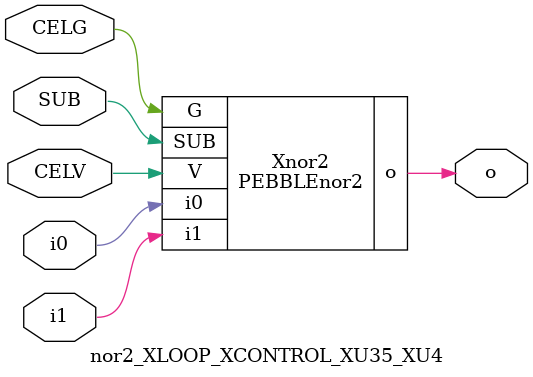
<source format=v>



module PEBBLEnor2 ( o, G, SUB, V, i0, i1 );

  input i0;
  input V;
  input i1;
  input G;
  output o;
  input SUB;
endmodule

//Celera Confidential Do Not Copy nor2_XLOOP_XCONTROL_XU35_XU4
//Celera Confidential Symbol Generator
//nor2
module nor2_XLOOP_XCONTROL_XU35_XU4 (CELV,CELG,i0,i1,o,SUB);
input CELV;
input CELG;
input i0;
input i1;
input SUB;
output o;

//Celera Confidential Do Not Copy nor2
PEBBLEnor2 Xnor2(
.V (CELV),
.i0 (i0),
.i1 (i1),
.o (o),
.SUB (SUB),
.G (CELG)
);
//,diesize,PEBBLEnor2

//Celera Confidential Do Not Copy Module End
//Celera Schematic Generator
endmodule

</source>
